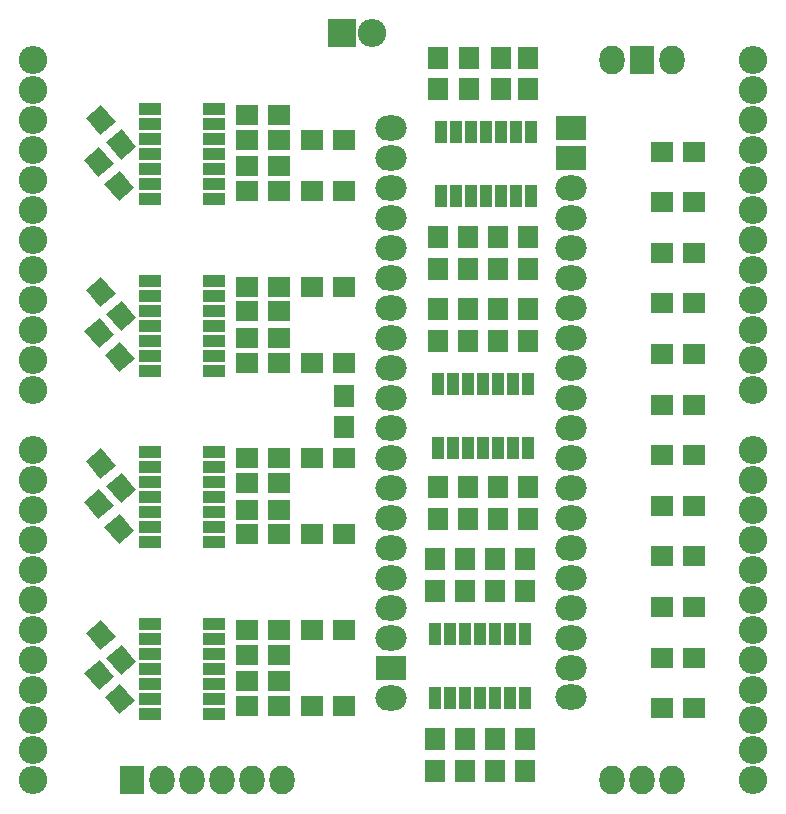
<source format=gbr>
G04 #@! TF.FileFunction,Soldermask,Top*
%FSLAX46Y46*%
G04 Gerber Fmt 4.6, Leading zero omitted, Abs format (unit mm)*
G04 Created by KiCad (PCBNEW 4.0.2+dfsg1-stable) date Sun 27 May 2018 08:18:09 CEST*
%MOMM*%
G01*
G04 APERTURE LIST*
%ADD10C,0.100000*%
%ADD11O,2.398980X2.398980*%
%ADD12R,2.398980X2.398980*%
%ADD13O,2.650000X2.127200*%
%ADD14R,2.650000X2.127200*%
%ADD15O,2.127200X2.432000*%
%ADD16R,2.127200X2.432000*%
%ADD17R,1.900000X1.700000*%
%ADD18R,1.900000X1.000000*%
%ADD19R,1.000000X1.900000*%
%ADD20R,1.700000X1.900000*%
G04 APERTURE END LIST*
D10*
D11*
X45720000Y-15240000D03*
D12*
X43180000Y-15240000D03*
D11*
X77978000Y-70826000D03*
X77978000Y-75906000D03*
X77978000Y-73366000D03*
X77978000Y-68286000D03*
X77978000Y-65746000D03*
X77978000Y-63206000D03*
X77978000Y-60666000D03*
X77978000Y-58126000D03*
X77978000Y-55586000D03*
X77978000Y-53046000D03*
X77978000Y-50506000D03*
X77978000Y-78446000D03*
X77978000Y-37795200D03*
X77978000Y-42875200D03*
X77978000Y-40335200D03*
X77978000Y-35255200D03*
X77978000Y-32715200D03*
X77978000Y-30175200D03*
X77978000Y-27635200D03*
X77978000Y-25095200D03*
X77978000Y-22555200D03*
X77978000Y-20015200D03*
X77978000Y-17475200D03*
X77978000Y-45415200D03*
X17018000Y-58166000D03*
X17018000Y-53086000D03*
X17018000Y-55626000D03*
X17018000Y-60706000D03*
X17018000Y-63246000D03*
X17018000Y-65786000D03*
X17018000Y-68326000D03*
X17018000Y-70866000D03*
X17018000Y-73406000D03*
X17018000Y-75946000D03*
X17018000Y-78486000D03*
X17018000Y-50546000D03*
X17018000Y-25146000D03*
X17018000Y-20066000D03*
X17018000Y-22606000D03*
X17018000Y-27686000D03*
X17018000Y-30226000D03*
X17018000Y-32766000D03*
X17018000Y-35306000D03*
X17018000Y-37846000D03*
X17018000Y-40386000D03*
X17018000Y-42926000D03*
X17018000Y-45466000D03*
X17018000Y-17526000D03*
D13*
X62605080Y-68944376D03*
X62605080Y-66404376D03*
X62605080Y-63864376D03*
X62605080Y-61324376D03*
X62605080Y-58784376D03*
X62605080Y-56244376D03*
X62605080Y-53704376D03*
X62605080Y-51164376D03*
X62605080Y-48624376D03*
X62605080Y-46084376D03*
X62605080Y-43544376D03*
X62605080Y-41004376D03*
X62605080Y-38464376D03*
X62605080Y-35924376D03*
X62605080Y-33384376D03*
X62605080Y-30844376D03*
X62605080Y-28304376D03*
X47365080Y-23224376D03*
X47365080Y-25764376D03*
X47365080Y-28304376D03*
X47365080Y-30844376D03*
X47365080Y-33384376D03*
X47365080Y-35924376D03*
X47365080Y-38464376D03*
X47365080Y-41004376D03*
X47365080Y-43544376D03*
X47365080Y-46084376D03*
X47365080Y-48624376D03*
X47365080Y-51164376D03*
X47365080Y-53704376D03*
X47365080Y-56244376D03*
X47365080Y-58784376D03*
X47365080Y-61324376D03*
X47365080Y-63864376D03*
X47365080Y-66404376D03*
X47365080Y-71535176D03*
D14*
X47365080Y-68944376D03*
X62605080Y-25764376D03*
X62605080Y-23224376D03*
D13*
X62605080Y-71432401D03*
D15*
X68588242Y-78445360D03*
X71128242Y-78445360D03*
X66048242Y-78445360D03*
D16*
X68580000Y-17486000D03*
D15*
X66040000Y-17486000D03*
X71120000Y-17486000D03*
D17*
X35146000Y-70110160D03*
X37846000Y-70110160D03*
X35146000Y-55570160D03*
X37846000Y-55570160D03*
X35146000Y-41030160D03*
X37846000Y-41030160D03*
D10*
G36*
X25645786Y-71809373D02*
X24343510Y-72902112D01*
X23122214Y-71446627D01*
X24424490Y-70353888D01*
X25645786Y-71809373D01*
X25645786Y-71809373D01*
G37*
G36*
X23910260Y-69741053D02*
X22607984Y-70833792D01*
X21386688Y-69378307D01*
X22688964Y-68285568D01*
X23910260Y-69741053D01*
X23910260Y-69741053D01*
G37*
G36*
X25603312Y-57367693D02*
X24301036Y-58460432D01*
X23079740Y-57004947D01*
X24382016Y-55912208D01*
X25603312Y-57367693D01*
X25603312Y-57367693D01*
G37*
G36*
X23867786Y-55299373D02*
X22565510Y-56392112D01*
X21344214Y-54936627D01*
X22646490Y-53843888D01*
X23867786Y-55299373D01*
X23867786Y-55299373D01*
G37*
G36*
X25645786Y-42853373D02*
X24343510Y-43946112D01*
X23122214Y-42490627D01*
X24424490Y-41397888D01*
X25645786Y-42853373D01*
X25645786Y-42853373D01*
G37*
G36*
X23910260Y-40785053D02*
X22607984Y-41877792D01*
X21386688Y-40422307D01*
X22688964Y-39329568D01*
X23910260Y-40785053D01*
X23910260Y-40785053D01*
G37*
D17*
X35146000Y-72211840D03*
X37846000Y-72211840D03*
X35146000Y-57671840D03*
X37846000Y-57671840D03*
X35146000Y-43131840D03*
X37846000Y-43131840D03*
D18*
X26937001Y-65262000D03*
X26937001Y-66532000D03*
X26937001Y-67802000D03*
X26937001Y-69072000D03*
X26937001Y-70342000D03*
X26937001Y-71612000D03*
X26937001Y-72882000D03*
X32337001Y-72882000D03*
X32337001Y-71612000D03*
X32337001Y-70342000D03*
X32337001Y-69072000D03*
X32337001Y-67802000D03*
X32337001Y-66532000D03*
X32337001Y-65262000D03*
X26937001Y-50722000D03*
X26937001Y-51992000D03*
X26937001Y-53262000D03*
X26937001Y-54532000D03*
X26937001Y-55802000D03*
X26937001Y-57072000D03*
X26937001Y-58342000D03*
X32337001Y-58342000D03*
X32337001Y-57072000D03*
X32337001Y-55802000D03*
X32337001Y-54532000D03*
X32337001Y-53262000D03*
X32337001Y-51992000D03*
X32337001Y-50722000D03*
X26937001Y-36182000D03*
X26937001Y-37452000D03*
X26937001Y-38722000D03*
X26937001Y-39992000D03*
X26937001Y-41262000D03*
X26937001Y-42532000D03*
X26937001Y-43802000D03*
X32337001Y-43802000D03*
X32337001Y-42532000D03*
X32337001Y-41262000D03*
X32337001Y-39992000D03*
X32337001Y-38722000D03*
X32337001Y-37452000D03*
X32337001Y-36182000D03*
D17*
X35146000Y-65767440D03*
X37846000Y-65767440D03*
X35146000Y-51227440D03*
X37846000Y-51227440D03*
X35146000Y-36687440D03*
X37846000Y-36687440D03*
X35146000Y-67869120D03*
X37846000Y-67869120D03*
X35146000Y-53329120D03*
X37846000Y-53329120D03*
X35146000Y-38789120D03*
X37846000Y-38789120D03*
D10*
G36*
X25751549Y-68457533D02*
X24449273Y-69550272D01*
X23227977Y-68094787D01*
X24530253Y-67002048D01*
X25751549Y-68457533D01*
X25751549Y-68457533D01*
G37*
G36*
X24016023Y-66389213D02*
X22713747Y-67481952D01*
X21492451Y-66026467D01*
X22794727Y-64933728D01*
X24016023Y-66389213D01*
X24016023Y-66389213D01*
G37*
G36*
X25751549Y-53917533D02*
X24449273Y-55010272D01*
X23227977Y-53554787D01*
X24530253Y-52462048D01*
X25751549Y-53917533D01*
X25751549Y-53917533D01*
G37*
G36*
X24016023Y-51849213D02*
X22713747Y-52941952D01*
X21492451Y-51486467D01*
X22794727Y-50393728D01*
X24016023Y-51849213D01*
X24016023Y-51849213D01*
G37*
G36*
X25751549Y-39377533D02*
X24449273Y-40470272D01*
X23227977Y-39014787D01*
X24530253Y-37922048D01*
X25751549Y-39377533D01*
X25751549Y-39377533D01*
G37*
G36*
X24016023Y-37309213D02*
X22713747Y-38401952D01*
X21492451Y-36946467D01*
X22794727Y-35853728D01*
X24016023Y-37309213D01*
X24016023Y-37309213D01*
G37*
D19*
X51054000Y-71534000D03*
X52324000Y-71534000D03*
X53594000Y-71534000D03*
X54864000Y-71534000D03*
X56134000Y-71534000D03*
X57404000Y-71534000D03*
X58674000Y-71534000D03*
X58674000Y-66134000D03*
X57404000Y-66134000D03*
X56134000Y-66134000D03*
X54864000Y-66134000D03*
X53594000Y-66134000D03*
X52324000Y-66134000D03*
X51054000Y-66134000D03*
D10*
G36*
X25751549Y-24837533D02*
X24449273Y-25930272D01*
X23227977Y-24474787D01*
X24530253Y-23382048D01*
X25751549Y-24837533D01*
X25751549Y-24837533D01*
G37*
G36*
X24016023Y-22769213D02*
X22713747Y-23861952D01*
X21492451Y-22406467D01*
X22794727Y-21313728D01*
X24016023Y-22769213D01*
X24016023Y-22769213D01*
G37*
D17*
X35146000Y-28591840D03*
X37846000Y-28591840D03*
X35146000Y-22147440D03*
X37846000Y-22147440D03*
X40640000Y-72211840D03*
X43340000Y-72211840D03*
X40640000Y-65767440D03*
X43340000Y-65767440D03*
X40640000Y-57671840D03*
X43340000Y-57671840D03*
X40640000Y-51227440D03*
X43340000Y-51227440D03*
X40640000Y-43131840D03*
X43340000Y-43131840D03*
X40640000Y-36687440D03*
X43340000Y-36687440D03*
X40640000Y-28591840D03*
X43340000Y-28591840D03*
X40640000Y-24249120D03*
X43340000Y-24249120D03*
D20*
X43383200Y-48615600D03*
X43383200Y-45915600D03*
D17*
X35146000Y-24249120D03*
X37846000Y-24249120D03*
D20*
X56391007Y-32458829D03*
X56391007Y-35158829D03*
X53851007Y-35158829D03*
X53851007Y-32458829D03*
X58931007Y-32458829D03*
X58931007Y-35158829D03*
X51311007Y-35158829D03*
X51311007Y-32458829D03*
X56642000Y-19998829D03*
X56642000Y-17298829D03*
X53934671Y-19998829D03*
X53934671Y-17298829D03*
X58931007Y-19998829D03*
X58931007Y-17298829D03*
X51311007Y-17298829D03*
X51311007Y-19998829D03*
X56388000Y-53688000D03*
X56388000Y-56388000D03*
X53848000Y-56388000D03*
X53848000Y-53688000D03*
X58928000Y-53688000D03*
X58928000Y-56388000D03*
X51308000Y-56388000D03*
X51308000Y-53688000D03*
X56388000Y-41308000D03*
X56388000Y-38608000D03*
X53848000Y-41308000D03*
X53848000Y-38608000D03*
X58928000Y-41308000D03*
X58928000Y-38608000D03*
X51308000Y-38608000D03*
X51308000Y-41308000D03*
X56134000Y-75024000D03*
X56134000Y-77724000D03*
X53594000Y-77724000D03*
X53594000Y-75024000D03*
X58674000Y-75024000D03*
X58674000Y-77724000D03*
X51054000Y-77724000D03*
X51054000Y-75024000D03*
X56134000Y-62484000D03*
X56134000Y-59784000D03*
X53594000Y-62484000D03*
X53594000Y-59784000D03*
X58674000Y-62484000D03*
X58674000Y-59784000D03*
X51054000Y-59784000D03*
X51054000Y-62484000D03*
D17*
X70278000Y-25261455D03*
X72978000Y-25261455D03*
X70278000Y-29545868D03*
X72978000Y-29545868D03*
X70278000Y-33830281D03*
X72978000Y-33830281D03*
X70278000Y-38114694D03*
X72978000Y-38114694D03*
X70278000Y-42399107D03*
X72978000Y-42399107D03*
X70278000Y-46683520D03*
X72978000Y-46683520D03*
X70278000Y-50967933D03*
X72978000Y-50967933D03*
X70278000Y-55252346D03*
X72978000Y-55252346D03*
X70278000Y-59536759D03*
X72978000Y-59536759D03*
X70278000Y-63821172D03*
X72978000Y-63821172D03*
X70278000Y-68105585D03*
X72978000Y-68105585D03*
X70278000Y-72389998D03*
X72978000Y-72389998D03*
D18*
X26937001Y-21642000D03*
X26937001Y-22912000D03*
X26937001Y-24182000D03*
X26937001Y-25452000D03*
X26937001Y-26722000D03*
X26937001Y-27992000D03*
X26937001Y-29262000D03*
X32337001Y-29262000D03*
X32337001Y-27992000D03*
X32337001Y-26722000D03*
X32337001Y-25452000D03*
X32337001Y-24182000D03*
X32337001Y-22912000D03*
X32337001Y-21642000D03*
D19*
X51562000Y-29022000D03*
X52832000Y-29022000D03*
X54102000Y-29022000D03*
X55372000Y-29022000D03*
X56642000Y-29022000D03*
X57912000Y-29022000D03*
X59182000Y-29022000D03*
X59182000Y-23622000D03*
X57912000Y-23622000D03*
X56642000Y-23622000D03*
X55372000Y-23622000D03*
X54102000Y-23622000D03*
X52832000Y-23622000D03*
X51562000Y-23622000D03*
X51308000Y-50358000D03*
X52578000Y-50358000D03*
X53848000Y-50358000D03*
X55118000Y-50358000D03*
X56388000Y-50358000D03*
X57658000Y-50358000D03*
X58928000Y-50358000D03*
X58928000Y-44958000D03*
X57658000Y-44958000D03*
X56388000Y-44958000D03*
X55118000Y-44958000D03*
X53848000Y-44958000D03*
X52578000Y-44958000D03*
X51308000Y-44958000D03*
D10*
G36*
X25603312Y-28375373D02*
X24301036Y-29468112D01*
X23079740Y-28012627D01*
X24382016Y-26919888D01*
X25603312Y-28375373D01*
X25603312Y-28375373D01*
G37*
G36*
X23867786Y-26307053D02*
X22565510Y-27399792D01*
X21344214Y-25944307D01*
X22646490Y-24851568D01*
X23867786Y-26307053D01*
X23867786Y-26307053D01*
G37*
D17*
X35146000Y-26490160D03*
X37846000Y-26490160D03*
D16*
X25400000Y-78486000D03*
D15*
X27940000Y-78486000D03*
X30480000Y-78486000D03*
X33020000Y-78486000D03*
X35560000Y-78486000D03*
X38100000Y-78486000D03*
M02*

</source>
